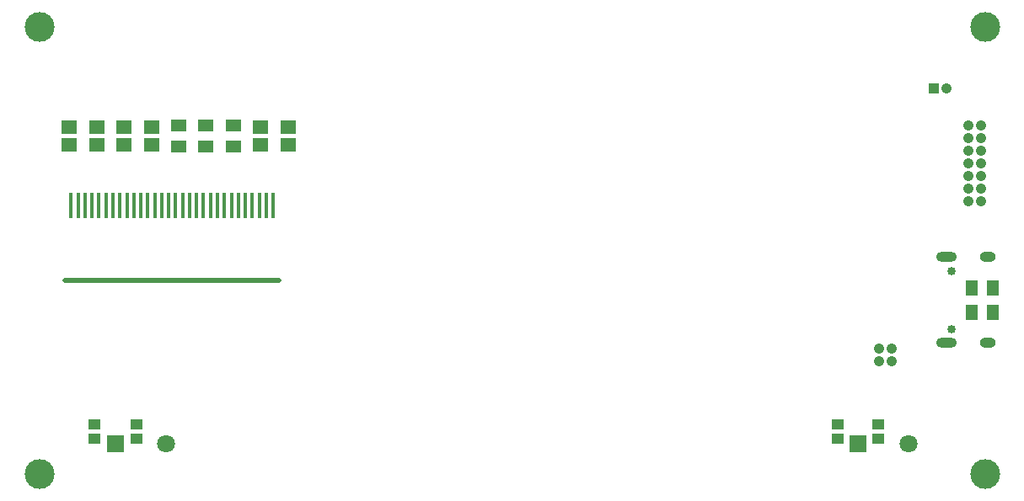
<source format=gbr>
%TF.GenerationSoftware,Altium Limited,Altium Designer,21.0.9 (235)*%
G04 Layer_Color=255*
%FSLAX45Y45*%
%MOMM*%
%TF.SameCoordinates,EF7BBA3F-781E-4618-A6AB-C8CA2981E545*%
%TF.FilePolarity,Positive*%
%TF.FileFunction,Pads,Bot*%
%TF.Part,Single*%
G01*
G75*
%TA.AperFunction,SMDPad,CuDef*%
%ADD10R,1.20000X1.50000*%
%ADD12R,1.50000X1.45000*%
%ADD13R,1.50000X1.20000*%
%TA.AperFunction,ComponentPad*%
%ADD45C,1.05000*%
%ADD46R,1.05000X1.05000*%
%ADD47R,1.80000X1.80000*%
%TA.AperFunction,ViaPad*%
%ADD48C,3.00000*%
%TA.AperFunction,ComponentPad*%
%ADD49O,1.60000X1.00000*%
%ADD50O,2.10000X1.00000*%
%ADD51C,0.85000*%
%ADD52C,1.80000*%
%ADD53O,22.00000X0.50000*%
%TA.AperFunction,SMDPad,CuDef*%
%ADD74R,1.30000X1.05000*%
%ADD75R,0.40000X2.50000*%
D10*
X9830000Y1875000D02*
D03*
X9620000D02*
D03*
X9830000Y2125000D02*
D03*
X9620000D02*
D03*
D12*
X2750000Y3557500D02*
D03*
Y3742500D02*
D03*
X2475000Y3557500D02*
D03*
Y3742500D02*
D03*
X1375000Y3557500D02*
D03*
Y3742500D02*
D03*
X1100000D02*
D03*
Y3557500D02*
D03*
X825000Y3742500D02*
D03*
Y3557500D02*
D03*
X550000D02*
D03*
Y3742500D02*
D03*
D13*
X2200000Y3755000D02*
D03*
Y3545000D02*
D03*
X1925000Y3755000D02*
D03*
Y3545000D02*
D03*
X1650000Y3755000D02*
D03*
Y3545000D02*
D03*
D45*
X9363500Y4125000D02*
D03*
X9713500Y3756000D02*
D03*
X9586500D02*
D03*
X9713500Y3629000D02*
D03*
Y3502000D02*
D03*
X9586500Y3629000D02*
D03*
Y3502000D02*
D03*
X9713500Y3375000D02*
D03*
X9586500D02*
D03*
X9713500Y3248000D02*
D03*
Y3121000D02*
D03*
Y2994000D02*
D03*
X9586500Y3248000D02*
D03*
Y3121000D02*
D03*
Y2994000D02*
D03*
X8813500Y1386500D02*
D03*
X8686500D02*
D03*
X8813500Y1513500D02*
D03*
X8686500D02*
D03*
D46*
X9236500Y4125000D02*
D03*
D47*
X8476000Y558800D02*
D03*
X1016000D02*
D03*
D48*
X250000Y250000D02*
D03*
X9750000D02*
D03*
Y4750000D02*
D03*
X250000D02*
D03*
D49*
X9782000Y1568000D02*
D03*
Y2432000D02*
D03*
D50*
X9364000D02*
D03*
Y1568000D02*
D03*
D51*
X9417000Y2289000D02*
D03*
Y1711000D02*
D03*
D52*
X8984000Y558800D02*
D03*
X1524000D02*
D03*
D53*
X1584500Y2197600D02*
D03*
D74*
X1225000Y602500D02*
D03*
Y747500D02*
D03*
X800000Y602500D02*
D03*
Y747500D02*
D03*
X8275000Y602500D02*
D03*
Y747500D02*
D03*
X8675000Y602500D02*
D03*
Y747500D02*
D03*
D75*
X1479500Y2947600D02*
D03*
X2599500D02*
D03*
X2389500D02*
D03*
X1969500D02*
D03*
X1759500D02*
D03*
X2179500D02*
D03*
X1199500D02*
D03*
X1409500D02*
D03*
X989500D02*
D03*
X2529500D02*
D03*
X2459500D02*
D03*
X2319500D02*
D03*
X2249500D02*
D03*
X2039500D02*
D03*
X2109500D02*
D03*
X1899500D02*
D03*
X1829500D02*
D03*
X1619500D02*
D03*
X1689500D02*
D03*
X1549500D02*
D03*
X1269500D02*
D03*
X1339500D02*
D03*
X1129500D02*
D03*
X1059500D02*
D03*
X919500D02*
D03*
X569500D02*
D03*
X849500D02*
D03*
X639500D02*
D03*
X709500D02*
D03*
X779500D02*
D03*
%TF.MD5,b64630a1c75ee8c187eece28c32d80e2*%
M02*

</source>
